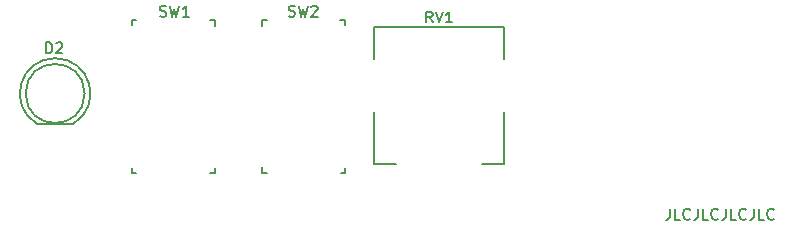
<source format=gbr>
%TF.GenerationSoftware,KiCad,Pcbnew,(5.1.9)-1*%
%TF.CreationDate,2021-04-25T13:20:26-07:00*%
%TF.ProjectId,LM380_BridgeAmp,4c4d3338-305f-4427-9269-646765416d70,v01*%
%TF.SameCoordinates,Original*%
%TF.FileFunction,Legend,Top*%
%TF.FilePolarity,Positive*%
%FSLAX46Y46*%
G04 Gerber Fmt 4.6, Leading zero omitted, Abs format (unit mm)*
G04 Created by KiCad (PCBNEW (5.1.9)-1) date 2021-04-25 13:20:26*
%MOMM*%
%LPD*%
G01*
G04 APERTURE LIST*
%ADD10C,0.153000*%
G04 APERTURE END LIST*
D10*
X156059714Y-81197285D02*
X156059714Y-81853000D01*
X156016000Y-81984142D01*
X155928571Y-82071571D01*
X155797428Y-82115285D01*
X155710000Y-82115285D01*
X156934000Y-82115285D02*
X156496857Y-82115285D01*
X156496857Y-81197285D01*
X157764571Y-82027857D02*
X157720857Y-82071571D01*
X157589714Y-82115285D01*
X157502285Y-82115285D01*
X157371142Y-82071571D01*
X157283714Y-81984142D01*
X157240000Y-81896714D01*
X157196285Y-81721857D01*
X157196285Y-81590714D01*
X157240000Y-81415857D01*
X157283714Y-81328428D01*
X157371142Y-81241000D01*
X157502285Y-81197285D01*
X157589714Y-81197285D01*
X157720857Y-81241000D01*
X157764571Y-81284714D01*
X158420285Y-81197285D02*
X158420285Y-81853000D01*
X158376571Y-81984142D01*
X158289142Y-82071571D01*
X158158000Y-82115285D01*
X158070571Y-82115285D01*
X159294571Y-82115285D02*
X158857428Y-82115285D01*
X158857428Y-81197285D01*
X160125142Y-82027857D02*
X160081428Y-82071571D01*
X159950285Y-82115285D01*
X159862857Y-82115285D01*
X159731714Y-82071571D01*
X159644285Y-81984142D01*
X159600571Y-81896714D01*
X159556857Y-81721857D01*
X159556857Y-81590714D01*
X159600571Y-81415857D01*
X159644285Y-81328428D01*
X159731714Y-81241000D01*
X159862857Y-81197285D01*
X159950285Y-81197285D01*
X160081428Y-81241000D01*
X160125142Y-81284714D01*
X160780857Y-81197285D02*
X160780857Y-81853000D01*
X160737142Y-81984142D01*
X160649714Y-82071571D01*
X160518571Y-82115285D01*
X160431142Y-82115285D01*
X161655142Y-82115285D02*
X161218000Y-82115285D01*
X161218000Y-81197285D01*
X162485714Y-82027857D02*
X162442000Y-82071571D01*
X162310857Y-82115285D01*
X162223428Y-82115285D01*
X162092285Y-82071571D01*
X162004857Y-81984142D01*
X161961142Y-81896714D01*
X161917428Y-81721857D01*
X161917428Y-81590714D01*
X161961142Y-81415857D01*
X162004857Y-81328428D01*
X162092285Y-81241000D01*
X162223428Y-81197285D01*
X162310857Y-81197285D01*
X162442000Y-81241000D01*
X162485714Y-81284714D01*
X163141428Y-81197285D02*
X163141428Y-81853000D01*
X163097714Y-81984142D01*
X163010285Y-82071571D01*
X162879142Y-82115285D01*
X162791714Y-82115285D01*
X164015714Y-82115285D02*
X163578571Y-82115285D01*
X163578571Y-81197285D01*
X164846285Y-82027857D02*
X164802571Y-82071571D01*
X164671428Y-82115285D01*
X164584000Y-82115285D01*
X164452857Y-82071571D01*
X164365428Y-81984142D01*
X164321714Y-81896714D01*
X164278000Y-81721857D01*
X164278000Y-81590714D01*
X164321714Y-81415857D01*
X164365428Y-81328428D01*
X164452857Y-81241000D01*
X164584000Y-81197285D01*
X164671428Y-81197285D01*
X164802571Y-81241000D01*
X164846285Y-81284714D01*
%TO.C,D2*%
X106500000Y-71430000D02*
G75*
G03*
X106500000Y-71430000I-2500000J0D01*
G01*
X102455000Y-73990000D02*
X105545000Y-73990000D01*
X104000462Y-68440000D02*
G75*
G03*
X102455170Y-73990000I-462J-2990000D01*
G01*
X103999538Y-68440000D02*
G75*
G02*
X105544830Y-73990000I462J-2990000D01*
G01*
%TO.C,RV1*%
X141970000Y-65780000D02*
X141970000Y-68500000D01*
X141970000Y-73000000D02*
X141970000Y-77370000D01*
X131030000Y-73000000D02*
X131030000Y-77370000D01*
X132850000Y-77370000D02*
X131030000Y-77370000D01*
X141970000Y-65780000D02*
X131030000Y-65780000D01*
X131030000Y-65780000D02*
X131030000Y-68500000D01*
X141970000Y-77370000D02*
X140150000Y-77370000D01*
%TO.C,SW1*%
X117525000Y-65250000D02*
X117100000Y-65250000D01*
X117525000Y-65275000D02*
X117525000Y-65725000D01*
X117525000Y-78150000D02*
X117525000Y-77700000D01*
X117525000Y-78150000D02*
X117100000Y-78150000D01*
X110475000Y-78150000D02*
X110850000Y-78150000D01*
X110475000Y-78150000D02*
X110475000Y-77750000D01*
X110475000Y-65625000D02*
X110475000Y-65250000D01*
X110475000Y-65250000D02*
X110825000Y-65250000D01*
%TO.C,SW2*%
X128525000Y-78150000D02*
X128175000Y-78150000D01*
X128525000Y-77775000D02*
X128525000Y-78150000D01*
X128525000Y-65250000D02*
X128525000Y-65650000D01*
X128525000Y-65250000D02*
X128150000Y-65250000D01*
X121475000Y-65250000D02*
X121900000Y-65250000D01*
X121475000Y-65250000D02*
X121475000Y-65700000D01*
X121475000Y-78125000D02*
X121475000Y-77675000D01*
X121475000Y-78150000D02*
X121900000Y-78150000D01*
%TO.C,D2*%
X103222428Y-68015285D02*
X103222428Y-67097285D01*
X103441000Y-67097285D01*
X103572142Y-67141000D01*
X103659571Y-67228428D01*
X103703285Y-67315857D01*
X103747000Y-67490714D01*
X103747000Y-67621857D01*
X103703285Y-67796714D01*
X103659571Y-67884142D01*
X103572142Y-67971571D01*
X103441000Y-68015285D01*
X103222428Y-68015285D01*
X104096714Y-67184714D02*
X104140428Y-67141000D01*
X104227857Y-67097285D01*
X104446428Y-67097285D01*
X104533857Y-67141000D01*
X104577571Y-67184714D01*
X104621285Y-67272142D01*
X104621285Y-67359571D01*
X104577571Y-67490714D01*
X104053000Y-68015285D01*
X104621285Y-68015285D01*
%TO.C,RV1*%
X135953571Y-65415285D02*
X135647571Y-64978142D01*
X135429000Y-65415285D02*
X135429000Y-64497285D01*
X135778714Y-64497285D01*
X135866142Y-64541000D01*
X135909857Y-64584714D01*
X135953571Y-64672142D01*
X135953571Y-64803285D01*
X135909857Y-64890714D01*
X135866142Y-64934428D01*
X135778714Y-64978142D01*
X135429000Y-64978142D01*
X136215857Y-64497285D02*
X136521857Y-65415285D01*
X136827857Y-64497285D01*
X137614714Y-65415285D02*
X137090142Y-65415285D01*
X137352428Y-65415285D02*
X137352428Y-64497285D01*
X137265000Y-64628428D01*
X137177571Y-64715857D01*
X137090142Y-64759571D01*
%TO.C,SW1*%
X112876000Y-64871571D02*
X113007142Y-64915285D01*
X113225714Y-64915285D01*
X113313142Y-64871571D01*
X113356857Y-64827857D01*
X113400571Y-64740428D01*
X113400571Y-64653000D01*
X113356857Y-64565571D01*
X113313142Y-64521857D01*
X113225714Y-64478142D01*
X113050857Y-64434428D01*
X112963428Y-64390714D01*
X112919714Y-64347000D01*
X112876000Y-64259571D01*
X112876000Y-64172142D01*
X112919714Y-64084714D01*
X112963428Y-64041000D01*
X113050857Y-63997285D01*
X113269428Y-63997285D01*
X113400571Y-64041000D01*
X113706571Y-63997285D02*
X113925142Y-64915285D01*
X114100000Y-64259571D01*
X114274857Y-64915285D01*
X114493428Y-63997285D01*
X115324000Y-64915285D02*
X114799428Y-64915285D01*
X115061714Y-64915285D02*
X115061714Y-63997285D01*
X114974285Y-64128428D01*
X114886857Y-64215857D01*
X114799428Y-64259571D01*
%TO.C,SW2*%
X123776000Y-64871571D02*
X123907142Y-64915285D01*
X124125714Y-64915285D01*
X124213142Y-64871571D01*
X124256857Y-64827857D01*
X124300571Y-64740428D01*
X124300571Y-64653000D01*
X124256857Y-64565571D01*
X124213142Y-64521857D01*
X124125714Y-64478142D01*
X123950857Y-64434428D01*
X123863428Y-64390714D01*
X123819714Y-64347000D01*
X123776000Y-64259571D01*
X123776000Y-64172142D01*
X123819714Y-64084714D01*
X123863428Y-64041000D01*
X123950857Y-63997285D01*
X124169428Y-63997285D01*
X124300571Y-64041000D01*
X124606571Y-63997285D02*
X124825142Y-64915285D01*
X125000000Y-64259571D01*
X125174857Y-64915285D01*
X125393428Y-63997285D01*
X125699428Y-64084714D02*
X125743142Y-64041000D01*
X125830571Y-63997285D01*
X126049142Y-63997285D01*
X126136571Y-64041000D01*
X126180285Y-64084714D01*
X126224000Y-64172142D01*
X126224000Y-64259571D01*
X126180285Y-64390714D01*
X125655714Y-64915285D01*
X126224000Y-64915285D01*
%TD*%
M02*

</source>
